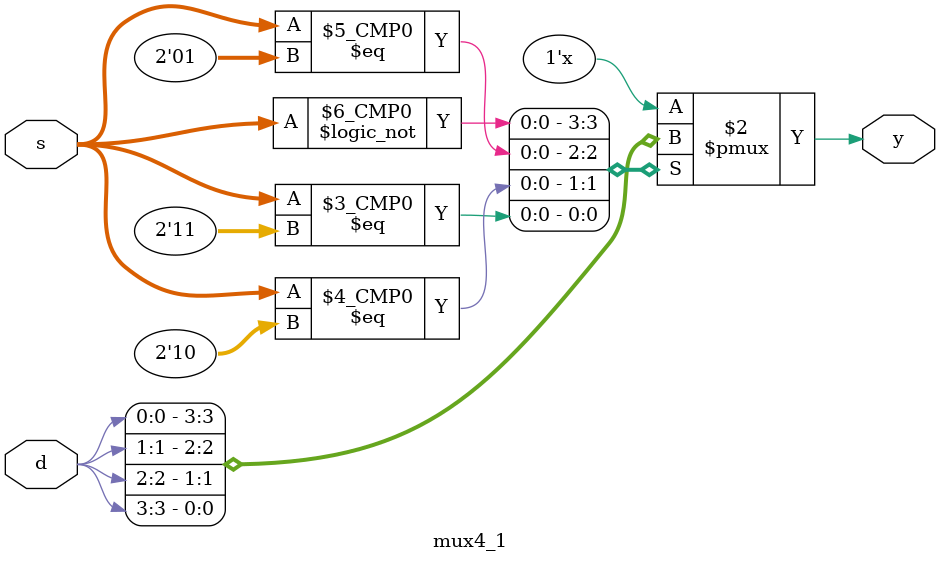
<source format=v>
module mux4_1(input [3:0] d,input [1:0] s, output reg y);

always@(*)
begin
case (s)

2'b00: y = d[0];
2'b01: y = d[1];
2'b10: y = d[2];
2'b11: y = d[3];

endcase
end

endmodule

</source>
